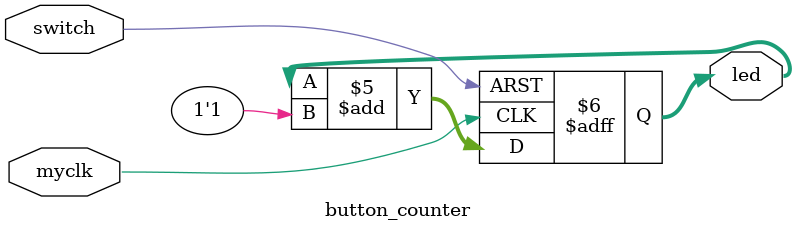
<source format=v>
module button_counter (
    input  switch,
    input myclk,
    output reg [3:0] led,
);

wire rst;
wire myclk;

assign rst = ~switch;
assign myclk = ~myclk;

always @(posedge myclk or posedge rst) begin
    if(rst == 1'b1) begin
        // 4 bit 0 for all LEDs
        //4b'0000 is going to the led bus
        led <= 4'b0;
    end else begin
        led <=led +1'b1;
    end
end

    
endmodule
</source>
